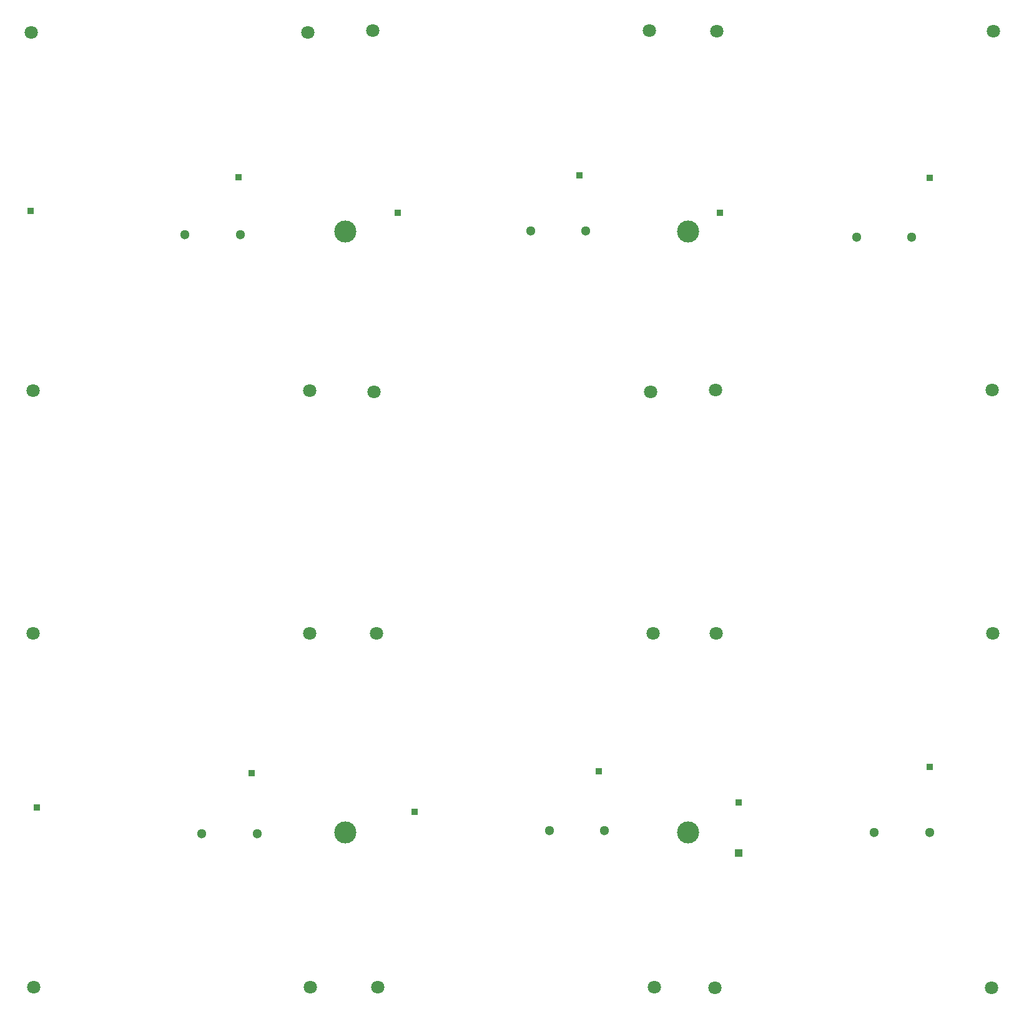
<source format=gbr>
%TF.GenerationSoftware,KiCad,Pcbnew,(5.1.10)-1*%
%TF.CreationDate,2021-08-16T11:24:17+03:00*%
%TF.ProjectId,LPF-AD823AN-valmis,4c50462d-4144-4383-9233-414e2d76616c,rev?*%
%TF.SameCoordinates,Original*%
%TF.FileFunction,Soldermask,Bot*%
%TF.FilePolarity,Negative*%
%FSLAX46Y46*%
G04 Gerber Fmt 4.6, Leading zero omitted, Abs format (unit mm)*
G04 Created by KiCad (PCBNEW (5.1.10)-1) date 2021-08-16 11:24:17*
%MOMM*%
%LPD*%
G01*
G04 APERTURE LIST*
%ADD10R,1.000000X1.000000*%
%ADD11C,3.000000*%
%ADD12C,1.300000*%
%ADD13R,0.850000X0.850000*%
%ADD14C,1.800000*%
G04 APERTURE END LIST*
D10*
%TO.C,REF\u002A\u002A*%
X118872000Y-139954000D03*
%TD*%
D11*
%TO.C,REF\u002A\u002A*%
X65532000Y-55626000D03*
%TD*%
%TO.C,REF\u002A\u002A*%
X112014000Y-137160000D03*
%TD*%
%TO.C,REF\u002A\u002A*%
X65532000Y-137160000D03*
%TD*%
%TO.C,REF\u002A\u002A*%
X112014000Y-55626000D03*
%TD*%
D12*
%TO.C,C12*%
X144787000Y-137160000D03*
X137287000Y-137160000D03*
%TD*%
%TO.C,C11*%
X142374000Y-56388000D03*
X134874000Y-56388000D03*
%TD*%
%TO.C,C10*%
X100718000Y-136906000D03*
X93218000Y-136906000D03*
%TD*%
%TO.C,C3*%
X98178000Y-55499000D03*
X90678000Y-55499000D03*
%TD*%
%TO.C,C2*%
X53601000Y-137287000D03*
X46101000Y-137287000D03*
%TD*%
%TO.C,C1*%
X51315000Y-56007000D03*
X43815000Y-56007000D03*
%TD*%
D13*
%TO.C,J12*%
X144843500Y-128270000D03*
%TD*%
%TO.C,J11*%
X144843500Y-48323500D03*
%TD*%
%TO.C,J10*%
X99949000Y-128841500D03*
%TD*%
%TO.C,J9*%
X118872000Y-133096000D03*
%TD*%
%TO.C,J8*%
X116332000Y-53086000D03*
%TD*%
%TO.C,J7*%
X74930000Y-134366000D03*
%TD*%
%TO.C,J6*%
X97282000Y-48006000D03*
%TD*%
%TO.C,J5*%
X52895500Y-129095500D03*
%TD*%
%TO.C,J4*%
X51054000Y-48260000D03*
%TD*%
%TO.C,J3*%
X72644000Y-53086000D03*
%TD*%
%TO.C,J2*%
X23749000Y-133731000D03*
%TD*%
%TO.C,J1*%
X22860000Y-52832000D03*
%TD*%
D14*
%TO.C,C4*%
X22952000Y-28575000D03*
X60452000Y-28575000D03*
%TD*%
%TO.C,C5*%
X23241000Y-110109000D03*
X60741000Y-110109000D03*
%TD*%
%TO.C,C6*%
X106807000Y-28321000D03*
X69307000Y-28321000D03*
%TD*%
%TO.C,C7*%
X60706000Y-77216000D03*
X23206000Y-77216000D03*
%TD*%
%TO.C,C8*%
X60833000Y-158115000D03*
X23333000Y-158115000D03*
%TD*%
%TO.C,C9*%
X69434000Y-77343000D03*
X106934000Y-77343000D03*
%TD*%
%TO.C,C13*%
X69815000Y-110109000D03*
X107315000Y-110109000D03*
%TD*%
%TO.C,C14*%
X115916000Y-28448000D03*
X153416000Y-28448000D03*
%TD*%
%TO.C,C15*%
X153324000Y-110109000D03*
X115824000Y-110109000D03*
%TD*%
%TO.C,C16*%
X107442000Y-158115000D03*
X69942000Y-158115000D03*
%TD*%
%TO.C,C17*%
X115789000Y-77089000D03*
X153289000Y-77089000D03*
%TD*%
%TO.C,C18*%
X153162000Y-158242000D03*
X115662000Y-158242000D03*
%TD*%
M02*

</source>
